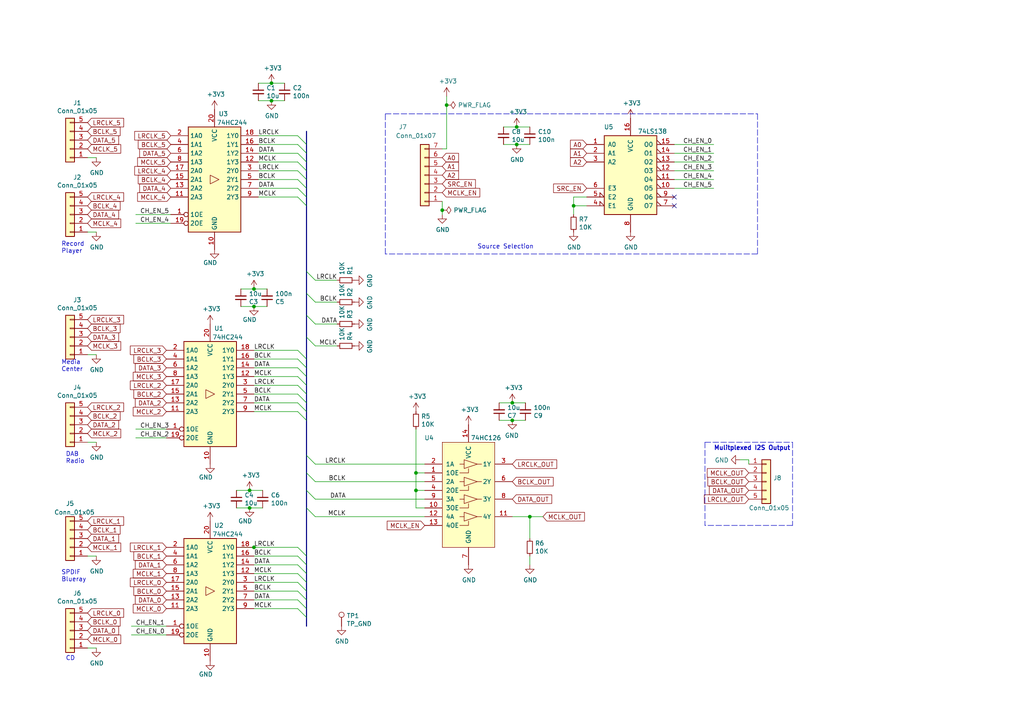
<source format=kicad_sch>
(kicad_sch (version 20211123) (generator eeschema)
  (paper "A4")
  (title_block (title "I2S Multiplexer - Modular Amp") (company "Doble Audio"))
  (lib_symbols
    (symbol "74xx:74HC244"
      (property "Reference" "U" (at -7.62 16.51 0))
      (property "Value" "74HC244" (at -7.62 -16.51 0))
      (symbol "74HC244_1_0"
        (polyline (pts (xy 1.27 0) (xy -1.27 1.27) (xy -1.27 -1.27) (xy 1.27 0)) (stroke (width 0.1524)))
        (pin input inverted (at -12.7 -10.16 0) (length 5.08) (name "1OE") (number "1"))
        (pin power_in line (at 0 -20.32 90) (length 5.08) (name "GND") (number "10"))
        (pin input line (at -12.7 -5.08 0) (length 5.08) (name "2A3") (number "11"))
        (pin tri_state line (at 12.7 5.08 180) (length 5.08) (name "1Y3") (number "12"))
        (pin input line (at -12.7 -2.54 0) (length 5.08) (name "2A2") (number "13"))
        (pin tri_state line (at 12.7 7.62 180) (length 5.08) (name "1Y2") (number "14"))
        (pin input line (at -12.7 0 0) (length 5.08) (name "2A1") (number "15"))
        (pin tri_state line (at 12.7 10.16 180) (length 5.08) (name "1Y1") (number "16"))
        (pin input line (at -12.7 2.54 0) (length 5.08) (name "2A0") (number "17"))
        (pin tri_state line (at 12.7 12.7 180) (length 5.08) (name "1Y0") (number "18"))
        (pin input inverted (at -12.7 -12.7 0) (length 5.08) (name "2OE") (number "19"))
        (pin input line (at -12.7 12.7 0) (length 5.08) (name "1A0") (number "2"))
        (pin power_in line (at 0 20.32 270) (length 5.08) (name "VCC") (number "20"))
        (pin tri_state line (at 12.7 2.54 180) (length 5.08) (name "2Y0") (number "3"))
        (pin input line (at -12.7 10.16 0) (length 5.08) (name "1A1") (number "4"))
        (pin tri_state line (at 12.7 0 180) (length 5.08) (name "2Y1") (number "5"))
        (pin input line (at -12.7 7.62 0) (length 5.08) (name "1A2") (number "6"))
        (pin tri_state line (at 12.7 -2.54 180) (length 5.08) (name "2Y2") (number "7"))
        (pin input line (at -12.7 5.08 0) (length 5.08) (name "1A3") (number "8"))
        (pin tri_state line (at 12.7 -5.08 180) (length 5.08) (name "2Y3") (number "9"))
      )
      (symbol "74HC244_1_1"
        (rectangle (start -7.62 15.24) (end 7.62 -15.24) (stroke (width 0.254)) (fill (type background)))
      )
    )
    (symbol "74xx:74LS138" (pin_names (offset 1.016))
      (property "Reference" "U" (at -7.62 11.43 0))
      (property "Value" "74LS138" (at -7.62 -13.97 0))
      (symbol "74LS138_1_0"
        (pin input line (at -12.7 7.62 0) (length 5.08) (name "A0") (number "1"))
        (pin output output_low (at 12.7 -5.08 180) (length 5.08) (name "O5") (number "10"))
        (pin output output_low (at 12.7 -2.54 180) (length 5.08) (name "O4") (number "11"))
        (pin output output_low (at 12.7 0 180) (length 5.08) (name "O3") (number "12"))
        (pin output output_low (at 12.7 2.54 180) (length 5.08) (name "O2") (number "13"))
        (pin output output_low (at 12.7 5.08 180) (length 5.08) (name "O1") (number "14"))
        (pin output output_low (at 12.7 7.62 180) (length 5.08) (name "O0") (number "15"))
        (pin power_in line (at 0 15.24 270) (length 5.08) (name "VCC") (number "16"))
        (pin input line (at -12.7 5.08 0) (length 5.08) (name "A1") (number "2"))
        (pin input line (at -12.7 2.54 0) (length 5.08) (name "A2") (number "3"))
        (pin input input_low (at -12.7 -10.16 0) (length 5.08) (name "E1") (number "4"))
        (pin input input_low (at -12.7 -7.62 0) (length 5.08) (name "E2") (number "5"))
        (pin input line (at -12.7 -5.08 0) (length 5.08) (name "E3") (number "6"))
        (pin output output_low (at 12.7 -10.16 180) (length 5.08) (name "O7") (number "7"))
        (pin power_in line (at 0 -17.78 90) (length 5.08) (name "GND") (number "8"))
        (pin output output_low (at 12.7 -7.62 180) (length 5.08) (name "O6") (number "9"))
      )
      (symbol "74LS138_1_1"
        (rectangle (start -7.62 10.16) (end 7.62 -12.7) (stroke (width 0.254)) (fill (type background)))
      )
    )
    (symbol "Connector:TestPoint" (pin_numbers hide) (pin_names (offset 0.762) hide)
      (property "Reference" "TP" (at 0 6.858 0))
      (property "Value" "TestPoint" (at 0 5.08 0))
      (symbol "TestPoint_0_1"
        (circle (center 0 3.302) (radius 0.762))
      )
      (symbol "TestPoint_1_1"
        (pin passive line (at 0 0 90) (length 2.54) (name "1") (number "1"))
      )
    )
    (symbol "Connector_Generic:Conn_01x05" (pin_names (offset 1.016) hide)
      (property "Reference" "J" (at 0 7.62 0))
      (property "Value" "Conn_01x05" (at 0 -7.62 0))
      (symbol "Conn_01x05_1_1"
        (rectangle (start -1.27 -4.953) (end 0 -5.207) (stroke (width 0.1524)))
        (rectangle (start -1.27 -2.413) (end 0 -2.667) (stroke (width 0.1524)))
        (rectangle (start -1.27 0.127) (end 0 -0.127) (stroke (width 0.1524)))
        (rectangle (start -1.27 2.667) (end 0 2.413) (stroke (width 0.1524)))
        (rectangle (start -1.27 5.207) (end 0 4.953) (stroke (width 0.1524)))
        (rectangle (start -1.27 6.35) (end 1.27 -6.35) (stroke (width 0.254)) (fill (type background)))
        (pin passive line (at -5.08 5.08 0) (length 3.81) (name "Pin_1") (number "1"))
        (pin passive line (at -5.08 2.54 0) (length 3.81) (name "Pin_2") (number "2"))
        (pin passive line (at -5.08 0 0) (length 3.81) (name "Pin_3") (number "3"))
        (pin passive line (at -5.08 -2.54 0) (length 3.81) (name "Pin_4") (number "4"))
        (pin passive line (at -5.08 -5.08 0) (length 3.81) (name "Pin_5") (number "5"))
      )
    )
    (symbol "Connector_Generic:Conn_01x07" (pin_names (offset 1.016) hide)
      (property "Reference" "J" (at 0 10.16 0))
      (property "Value" "Conn_01x07" (at 0 -10.16 0))
      (symbol "Conn_01x07_1_1"
        (rectangle (start -1.27 -7.493) (end 0 -7.747) (stroke (width 0.1524)))
        (rectangle (start -1.27 -4.953) (end 0 -5.207) (stroke (width 0.1524)))
        (rectangle (start -1.27 -2.413) (end 0 -2.667) (stroke (width 0.1524)))
        (rectangle (start -1.27 0.127) (end 0 -0.127) (stroke (width 0.1524)))
        (rectangle (start -1.27 2.667) (end 0 2.413) (stroke (width 0.1524)))
        (rectangle (start -1.27 5.207) (end 0 4.953) (stroke (width 0.1524)))
        (rectangle (start -1.27 7.747) (end 0 7.493) (stroke (width 0.1524)))
        (rectangle (start -1.27 8.89) (end 1.27 -8.89) (stroke (width 0.254)) (fill (type background)))
        (pin passive line (at -5.08 7.62 0) (length 3.81) (name "Pin_1") (number "1"))
        (pin passive line (at -5.08 5.08 0) (length 3.81) (name "Pin_2") (number "2"))
        (pin passive line (at -5.08 2.54 0) (length 3.81) (name "Pin_3") (number "3"))
        (pin passive line (at -5.08 0 0) (length 3.81) (name "Pin_4") (number "4"))
        (pin passive line (at -5.08 -2.54 0) (length 3.81) (name "Pin_5") (number "5"))
        (pin passive line (at -5.08 -5.08 0) (length 3.81) (name "Pin_6") (number "6"))
        (pin passive line (at -5.08 -7.62 0) (length 3.81) (name "Pin_7") (number "7"))
      )
    )
    (symbol "Device:C_Small" (pin_numbers hide) (pin_names (offset 0.254) hide)
      (property "Reference" "C" (at 0.254 1.778 0))
      (property "Value" "C_Small" (at 0.254 -2.032 0))
      (symbol "C_Small_0_1"
        (polyline (pts (xy -1.524 -0.508) (xy 1.524 -0.508)) (stroke (width 0.3302)))
        (polyline (pts (xy -1.524 0.508) (xy 1.524 0.508)) (stroke (width 0.3048)))
      )
      (symbol "C_Small_1_1"
        (pin passive line (at 0 2.54 270) (length 2.032) (name "~") (number "1"))
        (pin passive line (at 0 -2.54 90) (length 2.032) (name "~") (number "2"))
      )
    )
    (symbol "Device:R_Small" (pin_numbers hide) (pin_names (offset 0.254) hide)
      (property "Reference" "R" (at 0.762 0.508 0))
      (property "Value" "R_Small" (at 0.762 -1.016 0))
      (symbol "R_Small_0_1"
        (rectangle (start -0.762 1.778) (end 0.762 -1.778) (stroke (width 0.2032)))
      )
      (symbol "R_Small_1_1"
        (pin passive line (at 0 2.54 270) (length 0.762) (name "~") (number "1"))
        (pin passive line (at 0 -2.54 90) (length 0.762) (name "~") (number "2"))
      )
    )
    (symbol "i2s-multiplexer:74HC126" (pin_names (offset 1.016))
      (property "Reference" "U" (at -7.62 16.51 0))
      (property "Value" "74HC126" (at 6.35 -17.78 0))
      (symbol "74HC126_0_1"
        (polyline (pts (xy 2.54 -7.62) (xy 3.81 -7.62)))
        (polyline (pts (xy 2.54 -2.54) (xy 3.81 -2.54)))
        (polyline (pts (xy 2.54 2.54) (xy 3.81 2.54)))
        (polyline (pts (xy 2.54 7.62) (xy 3.81 7.62)))
      )
      (symbol "74HC126_1_0"
        (pin input line (at -12.7 5.08 0) (length 5.08) (name "1OE") (number "1"))
        (pin input line (at -12.7 -5.08 0) (length 5.08) (name "3OE") (number "10"))
        (pin tri_state line (at 12.7 -7.62 180) (length 5.08) (name "4Y") (number "11"))
        (pin input line (at -12.7 -7.62 0) (length 5.08) (name "4A") (number "12"))
        (pin input line (at -12.7 -10.16 0) (length 5.08) (name "4OE") (number "13"))
        (pin power_in line (at 0 19.05 270) (length 5.08) (name "VCC") (number "14"))
        (pin input line (at -12.7 7.62 0) (length 5.08) (name "1A") (number "2"))
        (pin tri_state line (at 12.7 7.62 180) (length 5.08) (name "1Y") (number "3"))
        (pin input line (at -12.7 0 0) (length 5.08) (name "2OE") (number "4"))
        (pin input line (at -12.7 2.54 0) (length 5.08) (name "2A") (number "5"))
        (pin tri_state line (at 12.7 2.54 180) (length 5.08) (name "2Y") (number "6"))
        (pin power_in line (at 0 -21.59 90) (length 5.08) (name "GND") (number "7"))
        (pin tri_state line (at 12.7 -2.54 180) (length 5.08) (name "3Y") (number "8"))
        (pin input line (at -12.7 -2.54 0) (length 5.08) (name "3A") (number "9"))
      )
      (symbol "74HC126_1_1"
        (rectangle (start -7.62 13.97) (end 7.62 -16.51) (fill (type background)))
        (polyline (pts (xy -2.54 -7.62) (xy -1.27 -7.62)))
        (polyline (pts (xy -2.54 -2.54) (xy -1.27 -2.54)))
        (polyline (pts (xy -2.54 2.54) (xy -1.27 2.54)))
        (polyline (pts (xy -2.54 7.62) (xy -1.27 7.62)))
        (polyline (pts (xy 39.37 -15.24) (xy 39.37 -15.24)))
        (polyline (pts (xy -2.54 -10.16) (xy 0 -10.16) (xy 0 -8.89)))
        (polyline (pts (xy -2.54 -5.08) (xy 0 -5.08) (xy 0 -3.81)))
        (polyline (pts (xy -2.54 0) (xy 0 0) (xy 0 1.27)))
        (polyline (pts (xy -2.54 5.08) (xy 0 5.08) (xy 0 6.35)))
        (polyline (pts (xy -1.27 -6.35) (xy -1.27 -8.89) (xy 2.54 -7.62) (xy -1.27 -6.35)))
        (polyline (pts (xy -1.27 -1.27) (xy -1.27 -3.81) (xy 2.54 -2.54) (xy -1.27 -1.27)))
        (polyline (pts (xy -1.27 3.81) (xy -1.27 1.27) (xy 2.54 2.54) (xy -1.27 3.81)))
        (polyline (pts (xy -1.27 8.89) (xy -1.27 6.35) (xy 2.54 7.62) (xy -1.27 8.89)))
      )
    )
    (symbol "power:+3.3V" (power) (pin_names (offset 0))
      (property "Value" "+3.3V" (at 0 3.556 0))
      (symbol "+3.3V_0_1"
        (polyline (pts (xy -0.762 1.27) (xy 0 2.54)))
        (polyline (pts (xy 0 0) (xy 0 2.54)))
        (polyline (pts (xy 0 2.54) (xy 0.762 1.27)))
      )
      (symbol "+3.3V_1_1"
        (pin power_in line (at 0 0 90) (length 0) hide (name "+3V3") (number "1"))
      )
    )
    (symbol "power:+3V3" (power) (pin_names (offset 0))
      (property "Value" "+3V3" (at 0 3.556 0))
      (symbol "+3V3_0_1"
        (polyline (pts (xy -0.762 1.27) (xy 0 2.54)))
        (polyline (pts (xy 0 0) (xy 0 2.54)))
        (polyline (pts (xy 0 2.54) (xy 0.762 1.27)))
      )
      (symbol "+3V3_1_1"
        (pin power_in line (at 0 0 90) (length 0) hide (name "+3V3") (number "1"))
      )
    )
    (symbol "power:GND" (power) (pin_names (offset 0))
      (property "Value" "GND" (at 0 -3.81 0))
      (symbol "GND_0_1"
        (polyline (pts (xy 0 0) (xy 0 -1.27) (xy 1.27 -1.27) (xy 0 -2.54) (xy -1.27 -1.27) (xy 0 -1.27)))
      )
      (symbol "GND_1_1"
        (pin power_in line (at 0 0 270) (length 0) hide (name "GND") (number "1"))
      )
    )
    (symbol "power:PWR_FLAG" (power) (pin_numbers hide) (pin_names (offset 0) hide)
      (property "Value" "PWR_FLAG" (at 0 3.81 0))
      (symbol "PWR_FLAG_0_0"
        (pin power_out line (at 0 0 90) (length 0) (name "pwr") (number "1"))
      )
      (symbol "PWR_FLAG_0_1"
        (polyline (pts (xy 0 0) (xy 0 1.27) (xy -1.016 1.905) (xy 0 2.54) (xy 1.016 1.905) (xy 0 1.27)))
      )
    )
  )
  (junction (at 120.65 137.16))
  (junction (at 148.59 121.92))
  (junction (at 78.74 24.13))
  (junction (at 166.37 59.69))
  (junction (at 73.66 88.9))
  (junction (at 153.67 149.86))
  (junction (at 73.66 83.82))
  (junction (at 129.54 30.48))
  (junction (at 149.86 41.91))
  (junction (at 120.65 142.24))
  (junction (at 72.39 147.32))
  (junction (at 73.66 158.75))
  (junction (at 72.39 142.24))
  (junction (at 78.74 29.21))
  (junction (at 128.27 60.96))
  (junction (at 149.86 36.83))
  (junction (at 148.59 116.84))
  (no_connect (at 195.58 57.15))
  (no_connect (at 195.58 59.69))
  (bus_entry (at 86.36 116.84) (size 2.54 2.54))
  (bus_entry (at 86.36 173.99) (size 2.54 2.54))
  (bus_entry (at 86.36 161.29) (size 2.54 2.54))
  (bus_entry (at 88.9 85.09) (size 2.54 2.54))
  (bus_entry (at 86.36 41.91) (size 2.54 2.54))
  (bus_entry (at 86.36 163.83) (size 2.54 2.54))
  (bus_entry (at 86.36 52.07) (size 2.54 2.54))
  (bus_entry (at 86.36 106.68) (size 2.54 2.54))
  (bus_entry (at 86.36 114.3) (size 2.54 2.54))
  (bus_entry (at 88.9 97.79) (size 2.54 2.54))
  (bus_entry (at 86.36 171.45) (size 2.54 2.54))
  (bus_entry (at 88.9 91.44) (size 2.54 2.54))
  (bus_entry (at 86.36 109.22) (size 2.54 2.54))
  (bus_entry (at 88.9 104.14) (size -2.54 -2.54))
  (bus_entry (at 88.9 132.08) (size 2.54 2.54))
  (bus_entry (at 86.36 54.61) (size 2.54 2.54))
  (bus_entry (at 86.36 111.76) (size 2.54 2.54))
  (bus_entry (at 86.36 168.91) (size 2.54 2.54))
  (bus_entry (at 88.9 142.24) (size 2.54 2.54))
  (bus_entry (at 86.36 44.45) (size 2.54 2.54))
  (bus_entry (at 88.9 161.29) (size -2.54 -2.54))
  (bus_entry (at 86.36 166.37) (size 2.54 2.54))
  (bus_entry (at 86.36 49.53) (size 2.54 2.54))
  (bus_entry (at 86.36 119.38) (size 2.54 2.54))
  (bus_entry (at 88.9 147.32) (size 2.54 2.54))
  (bus_entry (at 86.36 46.99) (size 2.54 2.54))
  (bus_entry (at 88.9 41.91) (size -2.54 -2.54))
  (bus_entry (at 86.36 57.15) (size 2.54 2.54))
  (bus_entry (at 86.36 104.14) (size 2.54 2.54))
  (bus_entry (at 88.9 137.16) (size 2.54 2.54))
  (bus_entry (at 88.9 78.74) (size 2.54 2.54))
  (bus_entry (at 86.36 176.53) (size 2.54 2.54))
  (wire (pts (xy 153.67 156.21) (xy 153.67 149.86)))
  (wire (pts (xy 73.66 166.37) (xy 86.36 166.37)))
  (wire (pts (xy 129.54 43.18) (xy 129.54 30.48)))
  (bus (pts (xy 88.9 147.32) (xy 88.9 161.29)))
  (bus (pts (xy 88.9 137.16) (xy 88.9 142.24)))
  (wire (pts (xy 153.67 149.86) (xy 157.48 149.86)))
  (wire (pts (xy 73.66 119.38) (xy 86.36 119.38)))
  (wire (pts (xy 39.37 127) (xy 48.26 127)))
  (wire (pts (xy 25.4 161.29) (xy 27.94 161.29)))
  (polyline (pts (xy 229.87 152.4) (xy 204.47 152.4)))
  (polyline (pts (xy 219.71 73.66) (xy 111.76 73.66)))
  (wire (pts (xy 73.66 158.75) (xy 86.36 158.75)))
  (bus (pts (xy 88.9 142.24) (xy 88.9 147.32)))
  (wire (pts (xy 91.44 134.62) (xy 123.19 134.62)))
  (wire (pts (xy 39.37 124.46) (xy 48.26 124.46)))
  (wire (pts (xy 73.66 176.53) (xy 86.36 176.53)))
  (wire (pts (xy 144.78 116.84) (xy 148.59 116.84)))
  (wire (pts (xy 74.93 44.45) (xy 86.36 44.45)))
  (bus (pts (xy 88.9 38.1) (xy 88.9 41.91)))
  (wire (pts (xy 73.66 111.76) (xy 86.36 111.76)))
  (bus (pts (xy 88.9 97.79) (xy 88.9 104.14)))
  (wire (pts (xy 214.63 133.35) (xy 217.17 133.35)))
  (wire (pts (xy 123.19 137.16) (xy 120.65 137.16)))
  (wire (pts (xy 25.4 102.87) (xy 27.94 102.87)))
  (bus (pts (xy 88.9 52.07) (xy 88.9 54.61)))
  (bus (pts (xy 88.9 91.44) (xy 88.9 97.79)))
  (bus (pts (xy 88.9 121.92) (xy 88.9 132.08)))
  (wire (pts (xy 148.59 149.86) (xy 153.67 149.86)))
  (wire (pts (xy 68.58 142.24) (xy 72.39 142.24)))
  (wire (pts (xy 123.19 149.86) (xy 91.44 149.86)))
  (bus (pts (xy 88.9 111.76) (xy 88.9 114.3)))
  (wire (pts (xy 72.39 142.24) (xy 76.2 142.24)))
  (wire (pts (xy 73.66 161.29) (xy 86.36 161.29)))
  (wire (pts (xy 195.58 44.45) (xy 207.01 44.45)))
  (bus (pts (xy 88.9 54.61) (xy 88.9 57.15)))
  (wire (pts (xy 149.86 36.83) (xy 153.67 36.83)))
  (polyline (pts (xy 204.47 128.27) (xy 229.87 128.27)))
  (wire (pts (xy 72.39 147.32) (xy 76.2 147.32)))
  (wire (pts (xy 153.67 41.91) (xy 149.86 41.91)))
  (bus (pts (xy 88.9 176.53) (xy 88.9 179.07)))
  (wire (pts (xy 217.17 133.35) (xy 217.17 134.62)))
  (wire (pts (xy 120.65 137.16) (xy 120.65 142.24)))
  (bus (pts (xy 88.9 104.14) (xy 88.9 106.68)))
  (bus (pts (xy 88.9 161.29) (xy 88.9 163.83)))
  (wire (pts (xy 166.37 59.69) (xy 166.37 62.23)))
  (wire (pts (xy 73.66 106.68) (xy 86.36 106.68)))
  (wire (pts (xy 68.58 147.32) (xy 72.39 147.32)))
  (wire (pts (xy 166.37 57.15) (xy 170.18 57.15)))
  (wire (pts (xy 74.93 24.13) (xy 78.74 24.13)))
  (wire (pts (xy 97.79 87.63) (xy 91.44 87.63)))
  (wire (pts (xy 129.54 30.48) (xy 129.54 27.94)))
  (bus (pts (xy 88.9 171.45) (xy 88.9 173.99)))
  (wire (pts (xy 48.26 181.61) (xy 38.1 181.61)))
  (wire (pts (xy 146.05 36.83) (xy 149.86 36.83)))
  (wire (pts (xy 73.66 116.84) (xy 86.36 116.84)))
  (bus (pts (xy 88.9 46.99) (xy 88.9 49.53)))
  (wire (pts (xy 73.66 171.45) (xy 86.36 171.45)))
  (polyline (pts (xy 219.71 33.02) (xy 219.71 73.66)))
  (wire (pts (xy 49.53 64.77) (xy 39.37 64.77)))
  (wire (pts (xy 123.19 147.32) (xy 120.65 147.32)))
  (wire (pts (xy 78.74 24.13) (xy 82.55 24.13)))
  (polyline (pts (xy 111.76 73.66) (xy 111.76 33.02)))
  (wire (pts (xy 195.58 41.91) (xy 207.01 41.91)))
  (bus (pts (xy 88.9 44.45) (xy 88.9 46.99)))
  (wire (pts (xy 128.27 60.96) (xy 128.27 62.23)))
  (wire (pts (xy 120.65 147.32) (xy 120.65 142.24)))
  (wire (pts (xy 74.93 52.07) (xy 86.36 52.07)))
  (bus (pts (xy 88.9 85.09) (xy 88.9 91.44)))
  (wire (pts (xy 120.65 124.46) (xy 120.65 137.16)))
  (polyline (pts (xy 111.76 33.02) (xy 219.71 33.02)))
  (bus (pts (xy 88.9 57.15) (xy 88.9 59.69)))
  (wire (pts (xy 73.66 88.9) (xy 69.85 88.9)))
  (wire (pts (xy 128.27 58.42) (xy 128.27 60.96)))
  (wire (pts (xy 153.67 161.29) (xy 153.67 163.83)))
  (wire (pts (xy 74.93 46.99) (xy 86.36 46.99)))
  (wire (pts (xy 48.26 184.15) (xy 38.1 184.15)))
  (bus (pts (xy 88.9 78.74) (xy 88.9 85.09)))
  (wire (pts (xy 73.66 173.99) (xy 86.36 173.99)))
  (wire (pts (xy 120.65 142.24) (xy 123.19 142.24)))
  (wire (pts (xy 148.59 116.84) (xy 152.4 116.84)))
  (bus (pts (xy 88.9 179.07) (xy 88.9 181.61)))
  (bus (pts (xy 88.9 168.91) (xy 88.9 171.45)))
  (bus (pts (xy 88.9 109.22) (xy 88.9 111.76)))
  (wire (pts (xy 144.78 121.92) (xy 148.59 121.92)))
  (wire (pts (xy 25.4 187.96) (xy 27.94 187.96)))
  (wire (pts (xy 74.93 54.61) (xy 86.36 54.61)))
  (wire (pts (xy 148.59 121.92) (xy 152.4 121.92)))
  (wire (pts (xy 91.44 139.7) (xy 123.19 139.7)))
  (wire (pts (xy 97.79 100.33) (xy 91.44 100.33)))
  (wire (pts (xy 195.58 54.61) (xy 207.01 54.61)))
  (wire (pts (xy 77.47 88.9) (xy 73.66 88.9)))
  (wire (pts (xy 97.79 81.28) (xy 91.44 81.28)))
  (wire (pts (xy 69.85 83.82) (xy 73.66 83.82)))
  (wire (pts (xy 170.18 59.69) (xy 166.37 59.69)))
  (bus (pts (xy 88.9 49.53) (xy 88.9 52.07)))
  (wire (pts (xy 195.58 49.53) (xy 207.01 49.53)))
  (bus (pts (xy 88.9 163.83) (xy 88.9 166.37)))
  (polyline (pts (xy 204.47 128.27) (xy 204.47 152.4)))
  (wire (pts (xy 74.93 29.21) (xy 78.74 29.21)))
  (wire (pts (xy 73.66 101.6) (xy 86.36 101.6)))
  (wire (pts (xy 149.86 41.91) (xy 146.05 41.91)))
  (wire (pts (xy 74.93 39.37) (xy 86.36 39.37)))
  (wire (pts (xy 73.66 163.83) (xy 86.36 163.83)))
  (wire (pts (xy 25.4 128.27) (xy 27.94 128.27)))
  (wire (pts (xy 74.93 41.91) (xy 86.36 41.91)))
  (wire (pts (xy 78.74 29.21) (xy 82.55 29.21)))
  (bus (pts (xy 88.9 59.69) (xy 88.9 78.74)))
  (wire (pts (xy 166.37 57.15) (xy 166.37 59.69)))
  (bus (pts (xy 88.9 106.68) (xy 88.9 109.22)))
  (bus (pts (xy 88.9 41.91) (xy 88.9 44.45)))
  (wire (pts (xy 73.66 109.22) (xy 86.36 109.22)))
  (bus (pts (xy 88.9 132.08) (xy 88.9 137.16)))
  (wire (pts (xy 195.58 46.99) (xy 207.01 46.99)))
  (wire (pts (xy 69.85 158.75) (xy 73.66 158.75)))
  (wire (pts (xy 74.93 49.53) (xy 86.36 49.53)))
  (bus (pts (xy 88.9 116.84) (xy 88.9 119.38)))
  (bus (pts (xy 88.9 119.38) (xy 88.9 121.92)))
  (bus (pts (xy 88.9 173.99) (xy 88.9 176.53)))
  (wire (pts (xy 73.66 168.91) (xy 86.36 168.91)))
  (wire (pts (xy 39.37 62.23) (xy 49.53 62.23)))
  (bus (pts (xy 88.9 166.37) (xy 88.9 168.91)))
  (wire (pts (xy 195.58 52.07) (xy 207.01 52.07)))
  (wire (pts (xy 25.4 67.31) (xy 27.94 67.31)))
  (polyline (pts (xy 229.87 128.27) (xy 229.87 152.4)))
  (wire (pts (xy 97.79 93.98) (xy 91.44 93.98)))
  (wire (pts (xy 91.44 144.78) (xy 123.19 144.78)))
  (wire (pts (xy 25.4 45.72) (xy 27.94 45.72)))
  (wire (pts (xy 74.93 57.15) (xy 86.36 57.15)))
  (bus (pts (xy 88.9 114.3) (xy 88.9 116.84)))
  (wire (pts (xy 73.66 104.14) (xy 86.36 104.14)))
  (wire (pts (xy 73.66 114.3) (xy 86.36 114.3)))
  (wire (pts (xy 73.66 83.82) (xy 77.47 83.82)))
  (wire (pts (xy 128.27 43.18) (xy 129.54 43.18)))
  (text "Mulitplexed I2S Output\n" (at 207.01 130.81 0) (effects (font (size 1.27 1.27) (thickness 0.254) bold) (justify left bottom)))
  (text "Media\nCenter\n" (at 17.78 107.95 0) (effects (font (size 1.27 1.27)) (justify left bottom)))
  (text "Source Selection" (at 138.43 72.39 0) (effects (font (size 1.27 1.27)) (justify left bottom)))
  (text "SPDIF\nBlueray" (at 17.78 168.91 0) (effects (font (size 1.27 1.27)) (justify left bottom)))
  (text "Record\nPlayer\n" (at 17.78 73.66 0) (effects (font (size 1.27 1.27)) (justify left bottom)))
  (text "DAB \nRadio\n" (at 19.05 134.62 0) (effects (font (size 1.27 1.27)) (justify left bottom)))
  (text "CD\n" (at 19.05 191.77 0) (effects (font (size 1.27 1.27)) (justify left bottom)))
  (label "DATA" (at 73.66 106.68 0))
  (label "MCLK" (at 73.66 166.37 0))
  (label "CH_EN_2" (at 198.12 46.99 0))
  (label "BCLK" (at 97.79 87.63 180))
  (label "CH_EN_4" (at 198.12 52.07 0))
  (label "CH_EN_5" (at 40.64 62.23 0))
  (label "LRCLK" (at 100.33 134.62 180))
  (label "MCLK" (at 74.93 57.15 0))
  (label "CH_EN_2" (at 40.64 127 0))
  (label "LRCLK" (at 73.66 101.6 0))
  (label "CH_EN_0" (at 198.12 41.91 0))
  (label "BCLK" (at 73.66 171.45 0))
  (label "BCLK" (at 100.33 139.7 180))
  (label "MCLK" (at 100.33 149.86 180))
  (label "BCLK" (at 74.93 41.91 0))
  (label "CH_EN_0" (at 39.37 184.15 0))
  (label "CH_EN_5" (at 198.12 54.61 0))
  (label "LRCLK" (at 97.79 81.28 180))
  (label "MCLK" (at 73.66 119.38 0))
  (label "LRCLK" (at 74.93 39.37 0))
  (label "MCLK" (at 73.66 176.53 0))
  (label "CH_EN_3" (at 198.12 49.53 0))
  (label "DATA" (at 74.93 44.45 0))
  (label "DATA" (at 74.93 54.61 0))
  (label "CH_EN_1" (at 198.12 44.45 0))
  (label "DATA" (at 73.66 116.84 0))
  (label "CH_EN_1" (at 39.37 181.61 0))
  (label "DATA" (at 100.33 144.78 180))
  (label "LRCLK" (at 73.66 111.76 0))
  (label "MCLK" (at 74.93 46.99 0))
  (label "MCLK" (at 73.66 109.22 0))
  (label "CH_EN_3" (at 40.64 124.46 0))
  (label "DATA" (at 73.66 163.83 0))
  (label "LRCLK" (at 73.66 158.75 0))
  (label "BCLK" (at 74.93 52.07 0))
  (label "LRCLK" (at 73.66 168.91 0))
  (label "DATA" (at 97.79 93.98 180))
  (label "DATA" (at 73.66 173.99 0))
  (label "MCLK" (at 97.79 100.33 180))
  (label "CH_EN_4" (at 40.64 64.77 0))
  (label "BCLK" (at 73.66 114.3 0))
  (label "BCLK" (at 73.66 161.29 0))
  (label "BCLK" (at 73.66 104.14 0))
  (label "LRCLK" (at 74.93 49.53 0))
  (global_label "BCLK_1" (shape input) (at 48.26 161.29 180) (property "Intersheet References" "${INTERSHEET_REFS}" (effects hide)))
  (global_label "BCLK_4" (shape input) (at 49.53 52.07 180) (property "Intersheet References" "${INTERSHEET_REFS}" (effects hide)))
  (global_label "MCLK_2" (shape input) (at 25.4 125.73 0) (property "Intersheet References" "${INTERSHEET_REFS}" (effects hide)))
  (global_label "MCLK_OUT" (shape input) (at 157.48 149.86 0) (property "Intersheet References" "${INTERSHEET_REFS}" (effects hide)))
  (global_label "MCLK_3" (shape input) (at 25.4 100.33 0) (property "Intersheet References" "${INTERSHEET_REFS}" (effects hide)))
  (global_label "BCLK_3" (shape input) (at 48.26 104.14 180) (property "Intersheet References" "${INTERSHEET_REFS}" (effects hide)))
  (global_label "MCLK_0" (shape input) (at 25.4 185.42 0) (property "Intersheet References" "${INTERSHEET_REFS}" (effects hide)))
  (global_label "MCLK_5" (shape input) (at 49.53 46.99 180) (property "Intersheet References" "${INTERSHEET_REFS}" (effects hide)))
  (global_label "BCLK_2" (shape input) (at 25.4 120.65 0) (property "Intersheet References" "${INTERSHEET_REFS}" (effects hide)))
  (global_label "A0" (shape input) (at 170.18 41.91 180) (property "Intersheet References" "${INTERSHEET_REFS}" (effects hide)))
  (global_label "LRCLK_OUT" (shape input) (at 148.59 134.62 0) (property "Intersheet References" "${INTERSHEET_REFS}" (effects hide)))
  (global_label "BCLK_OUT" (shape input) (at 217.17 139.7 180) (property "Intersheet References" "${INTERSHEET_REFS}" (effects hide)))
  (global_label "BCLK_1" (shape input) (at 25.4 153.67 0) (property "Intersheet References" "${INTERSHEET_REFS}" (effects hide)))
  (global_label "DATA_0" (shape input) (at 25.4 182.88 0) (property "Intersheet References" "${INTERSHEET_REFS}" (effects hide)))
  (global_label "DATA_4" (shape input) (at 49.53 54.61 180) (property "Intersheet References" "${INTERSHEET_REFS}" (effects hide)))
  (global_label "MCLK_EN" (shape input) (at 123.19 152.4 180) (property "Intersheet References" "${INTERSHEET_REFS}" (effects hide)))
  (global_label "DATA_3" (shape input) (at 25.4 97.79 0) (property "Intersheet References" "${INTERSHEET_REFS}" (effects hide)))
  (global_label "MCLK_1" (shape input) (at 48.26 166.37 180) (property "Intersheet References" "${INTERSHEET_REFS}" (effects hide)))
  (global_label "DATA_5" (shape input) (at 25.4 40.64 0) (property "Intersheet References" "${INTERSHEET_REFS}" (effects hide)))
  (global_label "LRCLK_3" (shape input) (at 25.4 92.71 0) (property "Intersheet References" "${INTERSHEET_REFS}" (effects hide)))
  (global_label "BCLK_2" (shape input) (at 48.26 114.3 180) (property "Intersheet References" "${INTERSHEET_REFS}" (effects hide)))
  (global_label "DATA_2" (shape input) (at 25.4 123.19 0) (property "Intersheet References" "${INTERSHEET_REFS}" (effects hide)))
  (global_label "BCLK_5" (shape input) (at 25.4 38.1 0) (property "Intersheet References" "${INTERSHEET_REFS}" (effects hide)))
  (global_label "LRCLK_5" (shape input) (at 49.53 39.37 180) (property "Intersheet References" "${INTERSHEET_REFS}" (effects hide)))
  (global_label "LRCLK_5" (shape input) (at 25.4 35.56 0) (property "Intersheet References" "${INTERSHEET_REFS}" (effects hide)))
  (global_label "MCLK_4" (shape input) (at 25.4 64.77 0) (property "Intersheet References" "${INTERSHEET_REFS}" (effects hide)))
  (global_label "MCLK_4" (shape input) (at 49.53 57.15 180) (property "Intersheet References" "${INTERSHEET_REFS}" (effects hide)))
  (global_label "DATA_3" (shape input) (at 48.26 106.68 180) (property "Intersheet References" "${INTERSHEET_REFS}" (effects hide)))
  (global_label "MCLK_2" (shape input) (at 48.26 119.38 180) (property "Intersheet References" "${INTERSHEET_REFS}" (effects hide)))
  (global_label "MCLK_0" (shape input) (at 48.26 176.53 180) (property "Intersheet References" "${INTERSHEET_REFS}" (effects hide)))
  (global_label "BCLK_4" (shape input) (at 25.4 59.69 0) (property "Intersheet References" "${INTERSHEET_REFS}" (effects hide)))
  (global_label "LRCLK_0" (shape input) (at 48.26 168.91 180) (property "Intersheet References" "${INTERSHEET_REFS}" (effects hide)))
  (global_label "LRCLK_2" (shape input) (at 48.26 111.76 180) (property "Intersheet References" "${INTERSHEET_REFS}" (effects hide)))
  (global_label "DATA_0" (shape input) (at 48.26 173.99 180) (property "Intersheet References" "${INTERSHEET_REFS}" (effects hide)))
  (global_label "A1" (shape input) (at 128.27 48.26 0) (property "Intersheet References" "${INTERSHEET_REFS}" (effects hide)))
  (global_label "LRCLK_1" (shape input) (at 25.4 151.13 0) (property "Intersheet References" "${INTERSHEET_REFS}" (effects hide)))
  (global_label "DATA_1" (shape input) (at 25.4 156.21 0) (property "Intersheet References" "${INTERSHEET_REFS}" (effects hide)))
  (global_label "BCLK_5" (shape input) (at 49.53 41.91 180) (property "Intersheet References" "${INTERSHEET_REFS}" (effects hide)))
  (global_label "DATA_1" (shape input) (at 48.26 163.83 180) (property "Intersheet References" "${INTERSHEET_REFS}" (effects hide)))
  (global_label "LRCLK_1" (shape input) (at 48.26 158.75 180) (property "Intersheet References" "${INTERSHEET_REFS}" (effects hide)))
  (global_label "BCLK_OUT" (shape input) (at 148.59 139.7 0) (property "Intersheet References" "${INTERSHEET_REFS}" (effects hide)))
  (global_label "A2" (shape input) (at 128.27 50.8 0) (property "Intersheet References" "${INTERSHEET_REFS}" (effects hide)))
  (global_label "LRCLK_4" (shape input) (at 49.53 49.53 180) (property "Intersheet References" "${INTERSHEET_REFS}" (effects hide)))
  (global_label "MCLK_OUT" (shape input) (at 217.17 137.16 180) (property "Intersheet References" "${INTERSHEET_REFS}" (effects hide)))
  (global_label "LRCLK_2" (shape input) (at 25.4 118.11 0) (property "Intersheet References" "${INTERSHEET_REFS}" (effects hide)))
  (global_label "BCLK_0" (shape input) (at 48.26 171.45 180) (property "Intersheet References" "${INTERSHEET_REFS}" (effects hide)))
  (global_label "LRCLK_OUT" (shape input) (at 217.17 144.78 180) (property "Intersheet References" "${INTERSHEET_REFS}" (effects hide)))
  (global_label "A1" (shape input) (at 170.18 44.45 180) (property "Intersheet References" "${INTERSHEET_REFS}" (effects hide)))
  (global_label "MCLK_1" (shape input) (at 25.4 158.75 0) (property "Intersheet References" "${INTERSHEET_REFS}" (effects hide)))
  (global_label "A0" (shape input) (at 128.27 45.72 0) (property "Intersheet References" "${INTERSHEET_REFS}" (effects hide)))
  (global_label "LRCLK_4" (shape input) (at 25.4 57.15 0) (property "Intersheet References" "${INTERSHEET_REFS}" (effects hide)))
  (global_label "DATA_5" (shape input) (at 49.53 44.45 180) (property "Intersheet References" "${INTERSHEET_REFS}" (effects hide)))
  (global_label "DATA_2" (shape input) (at 48.26 116.84 180) (property "Intersheet References" "${INTERSHEET_REFS}" (effects hide)))
  (global_label "MCLK_5" (shape input) (at 25.4 43.18 0) (property "Intersheet References" "${INTERSHEET_REFS}" (effects hide)))
  (global_label "DATA_OUT" (shape input) (at 148.59 144.78 0) (property "Intersheet References" "${INTERSHEET_REFS}" (effects hide)))
  (global_label "SRC_EN" (shape input) (at 170.18 54.61 180) (property "Intersheet References" "${INTERSHEET_REFS}" (effects hide)))
  (global_label "LRCLK_3" (shape input) (at 48.26 101.6 180) (property "Intersheet References" "${INTERSHEET_REFS}" (effects hide)))
  (global_label "MCLK_EN" (shape input) (at 128.27 55.88 0) (property "Intersheet References" "${INTERSHEET_REFS}" (effects hide)))
  (global_label "DATA_OUT" (shape input) (at 217.17 142.24 180) (property "Intersheet References" "${INTERSHEET_REFS}" (effects hide)))
  (global_label "DATA_4" (shape input) (at 25.4 62.23 0) (property "Intersheet References" "${INTERSHEET_REFS}" (effects hide)))
  (global_label "MCLK_3" (shape input) (at 48.26 109.22 180) (property "Intersheet References" "${INTERSHEET_REFS}" (effects hide)))
  (global_label "SRC_EN" (shape input) (at 128.27 53.34 0) (property "Intersheet References" "${INTERSHEET_REFS}" (effects hide)))
  (global_label "BCLK_3" (shape input) (at 25.4 95.25 0) (property "Intersheet References" "${INTERSHEET_REFS}" (effects hide)))
  (global_label "BCLK_0" (shape input) (at 25.4 180.34 0) (property "Intersheet References" "${INTERSHEET_REFS}" (effects hide)))
  (global_label "A2" (shape input) (at 170.18 46.99 180) (property "Intersheet References" "${INTERSHEET_REFS}" (effects hide)))
  (global_label "LRCLK_0" (shape input) (at 25.4 177.8 0) (property "Intersheet References" "${INTERSHEET_REFS}" (effects hide)))
  (symbol (lib_id "power:+3.3V") (at 62.23 31.75 0) (unit 1)
    (property "Reference" "#PWR011" (effects hide))
    (property "Value" "+3.3V" (at 62.611 27.3558 0))
  )
  (symbol (lib_id "Connector_Generic:Conn_01x05") (at 20.32 156.21 180) (unit 1)
    (property "Reference" "J5" (at 20.32 146.05 0))
    (property "Value" "Conn_01x05" (at 21.59 148.59 0))
    (property "Footprint" "Connector_PinHeader_2.54mm:PinHeader_1x05_P2.54mm_Vertical" (effects hide))
  )
  (symbol (lib_id "Connector_Generic:Conn_01x05") (at 20.32 123.19 180) (unit 1)
    (property "Reference" "J4" (at 22.4028 112.395 0))
    (property "Value" "Conn_01x05" (at 22.4028 114.7064 0))
    (property "Footprint" "Connector_PinHeader_2.54mm:PinHeader_1x05_P2.54mm_Vertical" (effects hide))
  )
  (symbol (lib_id "Connector_Generic:Conn_01x05") (at 20.32 97.79 180) (unit 1)
    (property "Reference" "J3" (at 22.4028 86.995 0))
    (property "Value" "Conn_01x05" (at 22.4028 89.3064 0))
    (property "Footprint" "Connector_PinHeader_2.54mm:PinHeader_1x05_P2.54mm_Vertical" (effects hide))
  )
  (symbol (lib_id "power:GND") (at 128.27 62.23 0) (unit 1)
    (property "Reference" "#PWR022" (effects hide))
    (property "Value" "GND" (at 128.397 66.6242 0))
  )
  (symbol (lib_id "Connector_Generic:Conn_01x07") (at 123.19 50.8 180) (unit 1)
    (property "Reference" "J7" (at 116.84 36.83 0))
    (property "Value" "Conn_01x07" (at 120.65 39.37 0))
    (property "Footprint" "Connector_PinHeader_2.54mm:PinHeader_1x07_P2.54mm_Vertical" (effects hide))
  )
  (symbol (lib_id "power:+3.3V") (at 129.54 27.94 0) (unit 1)
    (property "Reference" "#PWR023" (effects hide))
    (property "Value" "+3.3V" (at 129.921 23.5458 0))
  )
  (symbol (lib_id "power:PWR_FLAG") (at 129.54 30.48 270) (unit 1)
    (property "Reference" "#FLG02" (effects hide))
    (property "Value" "PWR_FLAG" (at 132.7912 30.48 90) (effects (justify left)))
  )
  (symbol (lib_id "Connector_Generic:Conn_01x05") (at 20.32 62.23 180) (unit 1)
    (property "Reference" "J2" (at 22.4028 51.435 0))
    (property "Value" "Conn_01x05" (at 22.4028 53.7464 0))
    (property "Footprint" "Connector_PinHeader_2.54mm:PinHeader_1x05_P2.54mm_Vertical" (effects hide))
  )
  (symbol (lib_id "74xx:74LS138") (at 182.88 49.53 0) (unit 1)
    (property "Reference" "U5" (at 176.53 36.83 0))
    (property "Value" "74LS138" (at 189.23 38.1 0))
    (property "Footprint" "Package_SO:SOIC-16_3.9x9.9mm_P1.27mm" (effects hide))
    (property "Datasheet" "http://www.ti.com/lit/gpn/sn74LS138" (effects hide))
  )
  (symbol (lib_id "Device:R_Small") (at 166.37 64.77 0) (unit 1)
    (property "Reference" "R7" (at 167.8686 63.6016 0) (effects (justify left)))
    (property "Value" "10K" (at 167.8686 65.913 0) (effects (justify left)))
    (property "Footprint" "Resistor_SMD:R_0805_2012Metric_Pad1.15x1.40mm_HandSolder" (effects hide))
  )
  (symbol (lib_id "power:GND") (at 166.37 67.31 0) (unit 1)
    (property "Reference" "#PWR027" (effects hide))
    (property "Value" "GND" (at 166.497 71.7042 0))
  )
  (symbol (lib_id "power:+3.3V") (at 182.88 34.29 0) (unit 1)
    (property "Reference" "#PWR028" (effects hide))
    (property "Value" "+3.3V" (at 183.261 29.8958 0))
  )
  (symbol (lib_id "power:GND") (at 182.88 67.31 0) (unit 1)
    (property "Reference" "#PWR029" (effects hide))
    (property "Value" "GND" (at 183.007 71.7042 0))
  )
  (symbol (lib_id "power:GND") (at 102.87 100.33 90) (mirror x) (unit 1)
    (property "Reference" "#PWR017" (effects hide))
    (property "Value" "GND" (at 107.2642 100.457 0))
  )
  (symbol (lib_id "power:GND") (at 102.87 93.98 90) (mirror x) (unit 1)
    (property "Reference" "#PWR016" (effects hide))
    (property "Value" "GND" (at 107.2642 94.107 0))
  )
  (symbol (lib_id "power:GND") (at 102.87 87.63 90) (mirror x) (unit 1)
    (property "Reference" "#PWR015" (effects hide))
    (property "Value" "GND" (at 107.2642 87.757 0))
  )
  (symbol (lib_id "power:GND") (at 102.87 81.28 90) (mirror x) (unit 1)
    (property "Reference" "#PWR014" (effects hide))
    (property "Value" "GND" (at 107.2642 81.407 0))
  )
  (symbol (lib_id "power:GND") (at 62.23 72.39 0) (unit 1)
    (property "Reference" "#PWR012" (effects hide))
    (property "Value" "GND" (at 60.96 76.2 0))
  )
  (symbol (lib_id "power:PWR_FLAG") (at 128.27 60.96 270) (unit 1)
    (property "Reference" "#FLG01" (effects hide))
    (property "Value" "PWR_FLAG" (at 131.5212 60.96 90) (effects (justify left)))
  )
  (symbol (lib_id "Device:C_Small") (at 74.93 26.67 0) (unit 1)
    (property "Reference" "C1" (at 77.2668 25.5016 0) (effects (justify left)))
    (property "Value" "10u" (at 77.2668 27.813 0) (effects (justify left)))
    (property "Footprint" "Capacitor_SMD:C_0805_2012Metric_Pad1.15x1.40mm_HandSolder" (effects hide))
  )
  (symbol (lib_id "Device:C_Small") (at 82.55 26.67 0) (unit 1)
    (property "Reference" "C2" (at 84.8868 25.5016 0) (effects (justify left)))
    (property "Value" "100n" (at 84.8868 27.813 0) (effects (justify left)))
    (property "Footprint" "Capacitor_SMD:C_0805_2012Metric_Pad1.15x1.40mm_HandSolder" (effects hide))
  )
  (symbol (lib_id "Device:C_Small") (at 68.58 144.78 0) (unit 1)
    (property "Reference" "C4" (at 70.9168 143.6116 0) (effects (justify left)))
    (property "Value" "10u" (at 70.9168 145.923 0) (effects (justify left)))
    (property "Footprint" "Capacitor_SMD:C_0805_2012Metric_Pad1.15x1.40mm_HandSolder" (effects hide))
  )
  (symbol (lib_id "Device:C_Small") (at 76.2 144.78 0) (unit 1)
    (property "Reference" "C6" (at 78.5368 143.6116 0) (effects (justify left)))
    (property "Value" "100n" (at 78.5368 145.923 0) (effects (justify left)))
    (property "Footprint" "Capacitor_SMD:C_0805_2012Metric_Pad1.15x1.40mm_HandSolder" (effects hide))
  )
  (symbol (lib_id "Device:C_Small") (at 146.05 39.37 0) (unit 1)
    (property "Reference" "C8" (at 148.3868 38.2016 0) (effects (justify left)))
    (property "Value" "10u" (at 148.3868 40.513 0) (effects (justify left)))
    (property "Footprint" "Capacitor_SMD:C_0805_2012Metric_Pad1.15x1.40mm_HandSolder" (effects hide))
  )
  (symbol (lib_id "Device:C_Small") (at 153.67 39.37 0) (unit 1)
    (property "Reference" "C10" (at 156.0068 38.2016 0) (effects (justify left)))
    (property "Value" "100n" (at 156.0068 40.513 0) (effects (justify left)))
    (property "Footprint" "Capacitor_SMD:C_0805_2012Metric_Pad1.15x1.40mm_HandSolder" (effects hide))
  )
  (symbol (lib_id "power:+3.3V") (at 60.96 151.13 0) (unit 1)
    (property "Reference" "#PWR09" (effects hide))
    (property "Value" "+3.3V" (at 61.341 146.7358 0))
  )
  (symbol (lib_id "power:GND") (at 27.94 67.31 0) (unit 1)
    (property "Reference" "#PWR02" (effects hide))
    (property "Value" "GND" (at 28.067 71.7042 0))
  )
  (symbol (lib_id "74xx:74HC244") (at 62.23 52.07 0) (unit 1)
    (property "Reference" "U3" (at 64.77 33.02 0))
    (property "Value" "74HC244" (at 67.31 35.56 0))
    (property "Footprint" "Package_SO:SOIC-20W_7.5x12.8mm_P1.27mm" (effects hide))
    (property "Datasheet" "https://assets.nexperia.com/documents/data-sheet/74HC_HCT244.pdf" (effects hide))
  )
  (symbol (lib_id "74xx:74HC244") (at 60.96 171.45 0) (unit 1)
    (property "Reference" "U2" (at 63.5 152.4 0))
    (property "Value" "74HC244" (at 66.04 154.94 0))
    (property "Footprint" "Package_SO:SOIC-20W_7.5x12.8mm_P1.27mm" (effects hide))
    (property "Datasheet" "https://assets.nexperia.com/documents/data-sheet/74HC_HCT244.pdf" (effects hide))
  )
  (symbol (lib_id "power:GND") (at 27.94 102.87 0) (unit 1)
    (property "Reference" "#PWR03" (effects hide))
    (property "Value" "GND" (at 28.067 107.2642 0))
  )
  (symbol (lib_id "power:GND") (at 27.94 128.27 0) (unit 1)
    (property "Reference" "#PWR04" (effects hide))
    (property "Value" "GND" (at 28.067 132.6642 0))
  )
  (symbol (lib_id "power:GND") (at 27.94 161.29 0) (unit 1)
    (property "Reference" "#PWR05" (effects hide))
    (property "Value" "GND" (at 28.067 165.6842 0))
  )
  (symbol (lib_id "power:GND") (at 27.94 187.96 0) (unit 1)
    (property "Reference" "#PWR06" (effects hide))
    (property "Value" "GND" (at 28.067 192.3542 0))
  )
  (symbol (lib_id "Connector_Generic:Conn_01x05") (at 222.25 139.7 0) (unit 1)
    (property "Reference" "J8" (at 224.282 138.6332 0) (effects (justify left)))
    (property "Value" "Conn_01x05" (at 217.17 147.32 0) (effects (justify left)))
    (property "Footprint" "Connector_PinHeader_2.54mm:PinHeader_1x05_P2.54mm_Vertical" (effects hide))
  )
  (symbol (lib_id "Connector_Generic:Conn_01x05") (at 20.32 182.88 180) (unit 1)
    (property "Reference" "J6" (at 22.4028 172.085 0))
    (property "Value" "Conn_01x05" (at 22.4028 174.3964 0))
    (property "Footprint" "Connector_PinHeader_2.54mm:PinHeader_1x05_P2.54mm_Vertical" (effects hide))
  )
  (symbol (lib_id "power:GND") (at 214.63 133.35 270) (unit 1)
    (property "Reference" "#PWR030" (effects hide))
    (property "Value" "GND" (at 211.3788 133.477 90) (effects (justify right)))
  )
  (symbol (lib_id "Device:R_Small") (at 100.33 100.33 270) (mirror x) (unit 1)
    (property "Reference" "R4" (at 101.4984 98.8314 0) (effects (justify left)))
    (property "Value" "10K" (at 99.187 98.8314 0) (effects (justify left)))
    (property "Footprint" "Resistor_SMD:R_0805_2012Metric_Pad1.15x1.40mm_HandSolder" (effects hide))
  )
  (symbol (lib_id "Device:R_Small") (at 100.33 93.98 270) (mirror x) (unit 1)
    (property "Reference" "R3" (at 101.4984 92.4814 0) (effects (justify left)))
    (property "Value" "10K" (at 99.187 92.4814 0) (effects (justify left)))
    (property "Footprint" "Resistor_SMD:R_0805_2012Metric_Pad1.15x1.40mm_HandSolder" (effects hide))
  )
  (symbol (lib_id "Device:R_Small") (at 100.33 87.63 270) (mirror x) (unit 1)
    (property "Reference" "R2" (at 101.4984 86.1314 0) (effects (justify left)))
    (property "Value" "10K" (at 99.187 86.1314 0) (effects (justify left)))
    (property "Footprint" "Resistor_SMD:R_0805_2012Metric_Pad1.15x1.40mm_HandSolder" (effects hide))
  )
  (symbol (lib_id "Device:R_Small") (at 100.33 81.28 270) (mirror x) (unit 1)
    (property "Reference" "R1" (at 101.4984 79.7814 0) (effects (justify left)))
    (property "Value" "10K" (at 99.187 79.7814 0) (effects (justify left)))
    (property "Footprint" "Resistor_SMD:R_0805_2012Metric_Pad1.15x1.40mm_HandSolder" (effects hide))
  )
  (symbol (lib_id "power:GND") (at 27.94 45.72 0) (unit 1)
    (property "Reference" "#PWR01" (effects hide))
    (property "Value" "GND" (at 28.067 50.1142 0))
  )
  (symbol (lib_id "Connector_Generic:Conn_01x05") (at 20.32 40.64 180) (unit 1)
    (property "Reference" "J1" (at 22.4028 29.845 0))
    (property "Value" "Conn_01x05" (at 22.4028 32.1564 0))
    (property "Footprint" "Connector_PinHeader_2.54mm:PinHeader_1x05_P2.54mm_Vertical" (effects hide))
  )
  (symbol (lib_id "74xx:74HC244") (at 60.96 114.3 0) (unit 1)
    (property "Reference" "U1" (at 63.5 95.25 0))
    (property "Value" "74HC244" (at 66.04 97.79 0))
    (property "Footprint" "Package_SO:SOIC-20W_7.5x12.8mm_P1.27mm" (effects hide))
    (property "Datasheet" "https://assets.nexperia.com/documents/data-sheet/74HC_HCT244.pdf" (effects hide))
  )
  (symbol (lib_id "Connector:TestPoint") (at 99.06 181.61 0) (unit 1)
    (property "Reference" "TP1" (at 100.5332 178.6128 0) (effects (justify left)))
    (property "Value" "TP_GND" (at 100.5332 180.9242 0) (effects (justify left)))
    (property "Footprint" "Connector_PinHeader_2.54mm:PinHeader_1x01_P2.54mm_Vertical" (effects hide))
  )
  (symbol (lib_id "power:GND") (at 99.06 181.61 0) (unit 1)
    (property "Reference" "#PWR013" (effects hide))
    (property "Value" "GND" (at 99.187 186.0042 0))
  )
  (symbol (lib_id "power:+3V3") (at 78.74 24.13 0) (unit 1)
    (property "Reference" "#PWR0101" (effects hide))
    (property "Value" "+3V3" (at 79.121 19.7358 0))
  )
  (symbol (lib_id "power:GND") (at 78.74 29.21 0) (unit 1)
    (property "Reference" "#PWR0102" (effects hide))
    (property "Value" "GND" (at 78.867 33.6042 0))
  )
  (symbol (lib_id "power:GND") (at 73.66 88.9 0) (unit 1)
    (property "Reference" "#PWR0103" (effects hide))
    (property "Value" "GND" (at 72.39 92.71 0))
  )
  (symbol (lib_id "power:+3.3V") (at 73.66 83.82 0) (unit 1)
    (property "Reference" "#PWR0104" (effects hide))
    (property "Value" "+3.3V" (at 74.041 79.4258 0))
  )
  (symbol (lib_id "i2s-multiplexer:74HC126") (at 135.89 142.24 0) (unit 1)
    (property "Reference" "U4" (at 124.46 127 0))
    (property "Value" "74HC126" (at 140.97 127 0))
    (property "Footprint" "Package_SO:SOIC-14_3.9x8.7mm_P1.27mm" (effects hide))
    (property "Datasheet" "http://www.ti.com/lit/gpn/sn74LS95" (effects hide))
  )
  (symbol (lib_id "power:GND") (at 72.39 147.32 0) (unit 1)
    (property "Reference" "#PWR0105" (effects hide))
    (property "Value" "GND" (at 71.12 151.13 0))
  )
  (symbol (lib_id "power:+3.3V") (at 72.39 142.24 0) (unit 1)
    (property "Reference" "#PWR0106" (effects hide))
    (property "Value" "+3.3V" (at 72.771 137.8458 0))
  )
  (symbol (lib_id "power:+3V3") (at 148.59 116.84 0) (unit 1)
    (property "Reference" "#PWR0107" (effects hide))
    (property "Value" "+3V3" (at 148.971 112.4458 0))
  )
  (symbol (lib_id "power:GND") (at 148.59 121.92 0) (mirror y) (unit 1)
    (property "Reference" "#PWR0108" (effects hide))
    (property "Value" "GND" (at 148.463 126.3142 0))
  )
  (symbol (lib_id "power:+3.3V") (at 149.86 36.83 0) (unit 1)
    (property "Reference" "#PWR0109" (effects hide))
    (property "Value" "+3.3V" (at 150.241 32.4358 0))
  )
  (symbol (lib_id "power:GND") (at 149.86 41.91 0) (unit 1)
    (property "Reference" "#PWR0110" (effects hide))
    (property "Value" "GND" (at 149.987 46.3042 0))
  )
  (symbol (lib_id "power:+3.3V") (at 60.96 93.98 0) (unit 1)
    (property "Reference" "#PWR07" (effects hide))
    (property "Value" "+3.3V" (at 61.341 89.5858 0))
  )
  (symbol (lib_id "power:GND") (at 60.96 134.62 0) (unit 1)
    (property "Reference" "#PWR08" (effects hide))
    (property "Value" "GND" (at 59.69 138.43 0))
  )
  (symbol (lib_id "power:GND") (at 60.96 191.77 0) (unit 1)
    (property "Reference" "#PWR010" (effects hide))
    (property "Value" "GND" (at 59.69 195.58 0))
  )
  (symbol (lib_id "Device:R_Small") (at 120.65 121.92 0) (unit 1)
    (property "Reference" "R5" (at 122.1486 120.7516 0) (effects (justify left)))
    (property "Value" "10K" (at 122.1486 123.063 0) (effects (justify left)))
    (property "Footprint" "Resistor_SMD:R_0805_2012Metric_Pad1.15x1.40mm_HandSolder" (effects hide))
  )
  (symbol (lib_id "power:+3V3") (at 120.65 119.38 0) (unit 1)
    (property "Reference" "#PWR018" (effects hide))
    (property "Value" "+3V3" (at 121.031 114.9858 0))
  )
  (symbol (lib_id "power:GND") (at 135.89 163.83 0) (unit 1)
    (property "Reference" "#PWR025" (effects hide))
    (property "Value" "GND" (at 136.017 168.2242 0))
  )
  (symbol (lib_id "power:+3V3") (at 135.89 123.19 0) (unit 1)
    (property "Reference" "#PWR024" (effects hide))
    (property "Value" "+3V3" (at 136.271 118.7958 0))
  )
  (symbol (lib_id "Device:C_Small") (at 77.47 86.36 0) (mirror x) (unit 1)
    (property "Reference" "C5" (at 79.8068 87.5284 0) (effects (justify left)))
    (property "Value" "100n" (at 79.8068 85.217 0) (effects (justify left)))
    (property "Footprint" "Capacitor_SMD:C_0805_2012Metric_Pad1.15x1.40mm_HandSolder" (effects hide))
  )
  (symbol (lib_id "Device:C_Small") (at 69.85 86.36 0) (mirror x) (unit 1)
    (property "Reference" "C3" (at 72.1868 87.5284 0) (effects (justify left)))
    (property "Value" "10u" (at 72.1868 85.217 0) (effects (justify left)))
    (property "Footprint" "Capacitor_SMD:C_0805_2012Metric_Pad1.15x1.40mm_HandSolder" (effects hide))
  )
  (symbol (lib_id "Device:C_Small") (at 152.4 119.38 0) (mirror x) (unit 1)
    (property "Reference" "C9" (at 154.7368 120.5484 0) (effects (justify left)))
    (property "Value" "100n" (at 154.7368 118.237 0) (effects (justify left)))
    (property "Footprint" "Capacitor_SMD:C_0805_2012Metric_Pad1.15x1.40mm_HandSolder" (effects hide))
  )
  (symbol (lib_id "Device:C_Small") (at 144.78 119.38 0) (mirror x) (unit 1)
    (property "Reference" "C7" (at 147.1168 120.5484 0) (effects (justify left)))
    (property "Value" "10u" (at 147.1168 118.237 0) (effects (justify left)))
    (property "Footprint" "Capacitor_SMD:C_0805_2012Metric_Pad1.15x1.40mm_HandSolder" (effects hide))
  )
  (symbol (lib_id "Device:R_Small") (at 153.67 158.75 0) (unit 1)
    (property "Reference" "R6" (at 155.1686 157.5816 0) (effects (justify left)))
    (property "Value" "10K" (at 155.1686 159.893 0) (effects (justify left)))
    (property "Footprint" "Resistor_SMD:R_0805_2012Metric_Pad1.15x1.40mm_HandSolder" (effects hide))
  )
  (symbol (lib_id "power:GND") (at 153.67 163.83 0) (unit 1)
    (property "Reference" "#PWR026" (effects hide))
    (property "Value" "GND" (at 153.797 168.2242 0))
  )
)
</source>
